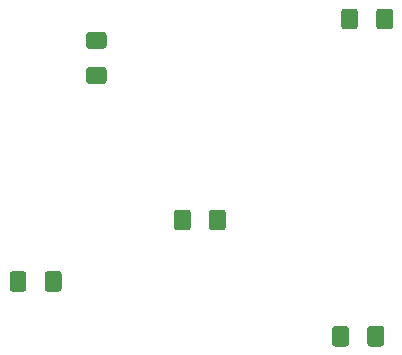
<source format=gbr>
%TF.GenerationSoftware,KiCad,Pcbnew,(5.1.6-0-10_14)*%
%TF.CreationDate,2021-03-04T16:43:55+01:00*%
%TF.ProjectId,opl2_board,6f706c32-5f62-46f6-9172-642e6b696361,rev?*%
%TF.SameCoordinates,Original*%
%TF.FileFunction,Paste,Bot*%
%TF.FilePolarity,Positive*%
%FSLAX46Y46*%
G04 Gerber Fmt 4.6, Leading zero omitted, Abs format (unit mm)*
G04 Created by KiCad (PCBNEW (5.1.6-0-10_14)) date 2021-03-04 16:43:55*
%MOMM*%
%LPD*%
G01*
G04 APERTURE LIST*
G04 APERTURE END LIST*
%TO.C,C7*%
G36*
G01*
X48882000Y19167000D02*
X48882000Y17917000D01*
G75*
G02*
X48632000Y17667000I-250000J0D01*
G01*
X47707000Y17667000D01*
G75*
G02*
X47457000Y17917000I0J250000D01*
G01*
X47457000Y19167000D01*
G75*
G02*
X47707000Y19417000I250000J0D01*
G01*
X48632000Y19417000D01*
G75*
G02*
X48882000Y19167000I0J-250000D01*
G01*
G37*
G36*
G01*
X51857000Y19167000D02*
X51857000Y17917000D01*
G75*
G02*
X51607000Y17667000I-250000J0D01*
G01*
X50682000Y17667000D01*
G75*
G02*
X50432000Y17917000I0J250000D01*
G01*
X50432000Y19167000D01*
G75*
G02*
X50682000Y19417000I250000J0D01*
G01*
X51607000Y19417000D01*
G75*
G02*
X51857000Y19167000I0J-250000D01*
G01*
G37*
%TD*%
%TO.C,C6*%
G36*
G01*
X49644000Y46027500D02*
X49644000Y44777500D01*
G75*
G02*
X49394000Y44527500I-250000J0D01*
G01*
X48469000Y44527500D01*
G75*
G02*
X48219000Y44777500I0J250000D01*
G01*
X48219000Y46027500D01*
G75*
G02*
X48469000Y46277500I250000J0D01*
G01*
X49394000Y46277500D01*
G75*
G02*
X49644000Y46027500I0J-250000D01*
G01*
G37*
G36*
G01*
X52619000Y46027500D02*
X52619000Y44777500D01*
G75*
G02*
X52369000Y44527500I-250000J0D01*
G01*
X51444000Y44527500D01*
G75*
G02*
X51194000Y44777500I0J250000D01*
G01*
X51194000Y46027500D01*
G75*
G02*
X51444000Y46277500I250000J0D01*
G01*
X52369000Y46277500D01*
G75*
G02*
X52619000Y46027500I0J-250000D01*
G01*
G37*
%TD*%
%TO.C,C3*%
G36*
G01*
X23127000Y22552500D02*
X23127000Y23802500D01*
G75*
G02*
X23377000Y24052500I250000J0D01*
G01*
X24302000Y24052500D01*
G75*
G02*
X24552000Y23802500I0J-250000D01*
G01*
X24552000Y22552500D01*
G75*
G02*
X24302000Y22302500I-250000J0D01*
G01*
X23377000Y22302500D01*
G75*
G02*
X23127000Y22552500I0J250000D01*
G01*
G37*
G36*
G01*
X20152000Y22552500D02*
X20152000Y23802500D01*
G75*
G02*
X20402000Y24052500I250000J0D01*
G01*
X21327000Y24052500D01*
G75*
G02*
X21577000Y23802500I0J-250000D01*
G01*
X21577000Y22552500D01*
G75*
G02*
X21327000Y22302500I-250000J0D01*
G01*
X20402000Y22302500D01*
G75*
G02*
X20152000Y22552500I0J250000D01*
G01*
G37*
%TD*%
%TO.C,C2*%
G36*
G01*
X35483500Y29009500D02*
X35483500Y27759500D01*
G75*
G02*
X35233500Y27509500I-250000J0D01*
G01*
X34308500Y27509500D01*
G75*
G02*
X34058500Y27759500I0J250000D01*
G01*
X34058500Y29009500D01*
G75*
G02*
X34308500Y29259500I250000J0D01*
G01*
X35233500Y29259500D01*
G75*
G02*
X35483500Y29009500I0J-250000D01*
G01*
G37*
G36*
G01*
X38458500Y29009500D02*
X38458500Y27759500D01*
G75*
G02*
X38208500Y27509500I-250000J0D01*
G01*
X37283500Y27509500D01*
G75*
G02*
X37033500Y27759500I0J250000D01*
G01*
X37033500Y29009500D01*
G75*
G02*
X37283500Y29259500I250000J0D01*
G01*
X38208500Y29259500D01*
G75*
G02*
X38458500Y29009500I0J-250000D01*
G01*
G37*
%TD*%
%TO.C,C1*%
G36*
G01*
X26870500Y41325500D02*
X28120500Y41325500D01*
G75*
G02*
X28370500Y41075500I0J-250000D01*
G01*
X28370500Y40150500D01*
G75*
G02*
X28120500Y39900500I-250000J0D01*
G01*
X26870500Y39900500D01*
G75*
G02*
X26620500Y40150500I0J250000D01*
G01*
X26620500Y41075500D01*
G75*
G02*
X26870500Y41325500I250000J0D01*
G01*
G37*
G36*
G01*
X26870500Y44300500D02*
X28120500Y44300500D01*
G75*
G02*
X28370500Y44050500I0J-250000D01*
G01*
X28370500Y43125500D01*
G75*
G02*
X28120500Y42875500I-250000J0D01*
G01*
X26870500Y42875500D01*
G75*
G02*
X26620500Y43125500I0J250000D01*
G01*
X26620500Y44050500D01*
G75*
G02*
X26870500Y44300500I250000J0D01*
G01*
G37*
%TD*%
M02*

</source>
